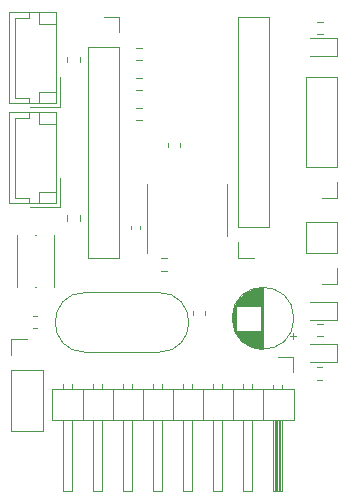
<source format=gbr>
%TF.GenerationSoftware,KiCad,Pcbnew,(6.0.4)*%
%TF.CreationDate,2023-03-08T20:25:47-05:00*%
%TF.ProjectId,Motor_module,4d6f746f-725f-46d6-9f64-756c652e6b69,rev?*%
%TF.SameCoordinates,Original*%
%TF.FileFunction,Legend,Top*%
%TF.FilePolarity,Positive*%
%FSLAX46Y46*%
G04 Gerber Fmt 4.6, Leading zero omitted, Abs format (unit mm)*
G04 Created by KiCad (PCBNEW (6.0.4)) date 2023-03-08 20:25:47*
%MOMM*%
%LPD*%
G01*
G04 APERTURE LIST*
%ADD10C,0.120000*%
G04 APERTURE END LIST*
D10*
%TO.C,C3*%
X134849420Y-81060000D02*
X135130580Y-81060000D01*
X134849420Y-80040000D02*
X135130580Y-80040000D01*
%TO.C,C1*%
X152894113Y-82395000D02*
X152894113Y-81260000D01*
X153014113Y-82467000D02*
X153014113Y-81260000D01*
X152534113Y-79180000D02*
X152534113Y-78319000D01*
X153094113Y-79180000D02*
X153094113Y-77930000D01*
X152534113Y-82121000D02*
X152534113Y-81260000D01*
X152654113Y-79180000D02*
X152654113Y-78216000D01*
X153214113Y-82568000D02*
X153214113Y-81260000D01*
X152774113Y-79180000D02*
X152774113Y-78125000D01*
X152814113Y-79180000D02*
X152814113Y-78098000D01*
X153494113Y-82675000D02*
X153494113Y-81260000D01*
X152574113Y-82157000D02*
X152574113Y-81260000D01*
X152934113Y-79180000D02*
X152934113Y-78020000D01*
X153294113Y-82602000D02*
X153294113Y-81260000D01*
X153054113Y-82488000D02*
X153054113Y-81260000D01*
X153615113Y-82711000D02*
X153615113Y-81260000D01*
X153775113Y-82748000D02*
X153775113Y-81260000D01*
X153655113Y-79180000D02*
X153655113Y-77719000D01*
X154055113Y-82789000D02*
X154055113Y-81260000D01*
X153574113Y-82700000D02*
X153574113Y-81260000D01*
X153975113Y-79180000D02*
X153975113Y-77659000D01*
X152494113Y-79180000D02*
X152494113Y-78356000D01*
X153775113Y-79180000D02*
X153775113Y-77692000D01*
X152054113Y-79180000D02*
X152054113Y-78901000D01*
X153014113Y-79180000D02*
X153014113Y-77973000D01*
X153454113Y-82662000D02*
X153454113Y-81260000D01*
X154255113Y-82800000D02*
X154255113Y-77640000D01*
X152774113Y-82315000D02*
X152774113Y-81260000D01*
X152694113Y-79180000D02*
X152694113Y-78185000D01*
X153254113Y-79180000D02*
X153254113Y-77855000D01*
X153174113Y-79180000D02*
X153174113Y-77891000D01*
X152854113Y-79180000D02*
X152854113Y-78071000D01*
X154295113Y-82800000D02*
X154295113Y-77640000D01*
X153815113Y-82756000D02*
X153815113Y-81260000D01*
X151974113Y-81398000D02*
X151974113Y-79042000D01*
X153374113Y-82634000D02*
X153374113Y-81260000D01*
X152374113Y-81963000D02*
X152374113Y-81260000D01*
X152014113Y-81471000D02*
X152014113Y-81260000D01*
X153975113Y-82781000D02*
X153975113Y-81260000D01*
X153454113Y-79180000D02*
X153454113Y-77778000D01*
X151774113Y-80897000D02*
X151774113Y-79543000D01*
X152094113Y-79180000D02*
X152094113Y-78837000D01*
X152174113Y-79180000D02*
X152174113Y-78720000D01*
X152614113Y-82191000D02*
X152614113Y-81260000D01*
X154015113Y-82785000D02*
X154015113Y-81260000D01*
X153254113Y-82585000D02*
X153254113Y-81260000D01*
X152974113Y-79180000D02*
X152974113Y-77996000D01*
X151854113Y-81135000D02*
X151854113Y-79305000D01*
X152094113Y-81603000D02*
X152094113Y-81260000D01*
X152974113Y-82444000D02*
X152974113Y-81260000D01*
X153935113Y-82776000D02*
X153935113Y-81260000D01*
X152454113Y-82046000D02*
X152454113Y-81260000D01*
X153294113Y-79180000D02*
X153294113Y-77838000D01*
X152414113Y-79180000D02*
X152414113Y-78435000D01*
X152214113Y-79180000D02*
X152214113Y-78666000D01*
X152694113Y-82255000D02*
X152694113Y-81260000D01*
X152454113Y-79180000D02*
X152454113Y-78394000D01*
X151894113Y-81231000D02*
X151894113Y-79209000D01*
X152014113Y-79180000D02*
X152014113Y-78969000D01*
X153134113Y-79180000D02*
X153134113Y-77910000D01*
X152374113Y-79180000D02*
X152374113Y-78477000D01*
X152134113Y-79180000D02*
X152134113Y-78777000D01*
X153935113Y-79180000D02*
X153935113Y-77664000D01*
X153695113Y-79180000D02*
X153695113Y-77709000D01*
X152934113Y-82420000D02*
X152934113Y-81260000D01*
X151694113Y-80504000D02*
X151694113Y-79936000D01*
X153414113Y-79180000D02*
X153414113Y-77792000D01*
X152414113Y-82005000D02*
X152414113Y-81260000D01*
X153815113Y-79180000D02*
X153815113Y-77684000D01*
X153054113Y-79180000D02*
X153054113Y-77952000D01*
X153655113Y-82721000D02*
X153655113Y-81260000D01*
X152494113Y-82084000D02*
X152494113Y-81260000D01*
X152334113Y-81919000D02*
X152334113Y-81260000D01*
X153334113Y-79180000D02*
X153334113Y-77822000D01*
X151934113Y-81318000D02*
X151934113Y-79122000D01*
X154055113Y-79180000D02*
X154055113Y-77651000D01*
X152054113Y-81539000D02*
X152054113Y-81260000D01*
X152334113Y-79180000D02*
X152334113Y-78521000D01*
X152854113Y-82369000D02*
X152854113Y-81260000D01*
X152894113Y-79180000D02*
X152894113Y-78045000D01*
X153735113Y-82740000D02*
X153735113Y-81260000D01*
X156849888Y-81945000D02*
X156849888Y-81445000D01*
X153895113Y-82770000D02*
X153895113Y-81260000D01*
X153134113Y-82530000D02*
X153134113Y-81260000D01*
X152214113Y-81774000D02*
X152214113Y-81260000D01*
X152574113Y-79180000D02*
X152574113Y-78283000D01*
X152294113Y-81873000D02*
X152294113Y-81260000D01*
X152654113Y-82224000D02*
X152654113Y-81260000D01*
X153534113Y-79180000D02*
X153534113Y-77752000D01*
X151814113Y-81025000D02*
X151814113Y-79415000D01*
X153494113Y-79180000D02*
X153494113Y-77765000D01*
X153094113Y-82510000D02*
X153094113Y-81260000D01*
X153414113Y-82648000D02*
X153414113Y-81260000D01*
X152614113Y-79180000D02*
X152614113Y-78249000D01*
X153534113Y-82688000D02*
X153534113Y-81260000D01*
X153574113Y-79180000D02*
X153574113Y-77740000D01*
X152254113Y-79180000D02*
X152254113Y-78615000D01*
X153895113Y-79180000D02*
X153895113Y-77670000D01*
X152254113Y-81825000D02*
X152254113Y-81260000D01*
X152174113Y-81720000D02*
X152174113Y-81260000D01*
X154215113Y-82799000D02*
X154215113Y-77641000D01*
X152734113Y-82285000D02*
X152734113Y-81260000D01*
X152134113Y-81663000D02*
X152134113Y-81260000D01*
X154095113Y-82793000D02*
X154095113Y-77647000D01*
X154135113Y-82796000D02*
X154135113Y-77644000D01*
X152734113Y-79180000D02*
X152734113Y-78155000D01*
X151734113Y-80738000D02*
X151734113Y-79702000D01*
X153334113Y-82618000D02*
X153334113Y-81260000D01*
X153374113Y-79180000D02*
X153374113Y-77806000D01*
X152814113Y-82342000D02*
X152814113Y-81260000D01*
X154175113Y-82798000D02*
X154175113Y-77642000D01*
X153695113Y-82731000D02*
X153695113Y-81260000D01*
X157099888Y-81695000D02*
X156599888Y-81695000D01*
X153855113Y-82763000D02*
X153855113Y-81260000D01*
X153735113Y-79180000D02*
X153735113Y-77700000D01*
X153214113Y-79180000D02*
X153214113Y-77872000D01*
X154015113Y-79180000D02*
X154015113Y-77655000D01*
X153855113Y-79180000D02*
X153855113Y-77677000D01*
X153615113Y-79180000D02*
X153615113Y-77729000D01*
X152294113Y-79180000D02*
X152294113Y-78567000D01*
X153174113Y-82549000D02*
X153174113Y-81260000D01*
X156915113Y-80220000D02*
G75*
G03*
X156915113Y-80220000I-2620000J0D01*
G01*
%TO.C,Y1*%
X145485000Y-83085000D02*
X139235000Y-83085000D01*
X145485000Y-78035000D02*
X139235000Y-78035000D01*
X139235000Y-78035000D02*
G75*
G03*
X139235000Y-83085000I0J-2525000D01*
G01*
X145485000Y-83085000D02*
G75*
G03*
X145485000Y-78035000I0J2525000D01*
G01*
%TO.C,C6*%
X148390000Y-79639420D02*
X148390000Y-79920580D01*
X149410000Y-79639420D02*
X149410000Y-79920580D01*
%TO.C,J1*%
X160600000Y-70030000D02*
X159270000Y-70030000D01*
X160600000Y-59750000D02*
X157940000Y-59750000D01*
X160600000Y-68700000D02*
X160600000Y-70030000D01*
X157940000Y-67430000D02*
X157940000Y-59750000D01*
X160600000Y-67430000D02*
X157940000Y-67430000D01*
X160600000Y-67430000D02*
X160600000Y-59750000D01*
%TO.C,R4*%
X143572742Y-62427500D02*
X144047258Y-62427500D01*
X143572742Y-63472500D02*
X144047258Y-63472500D01*
%TO.C,J8*%
X154830000Y-72520000D02*
X154830000Y-54680000D01*
X154830000Y-72520000D02*
X152170000Y-72520000D01*
X152170000Y-72520000D02*
X152170000Y-54680000D01*
X154830000Y-54680000D02*
X152170000Y-54680000D01*
X153500000Y-75120000D02*
X152170000Y-75120000D01*
X152170000Y-75120000D02*
X152170000Y-73790000D01*
%TO.C,J3*%
X134610000Y-62330000D02*
X137110000Y-62330000D01*
X133290000Y-54810000D02*
X134500000Y-54810000D01*
X135310000Y-54310000D02*
X135310000Y-55310000D01*
X136810000Y-62030000D02*
X136810000Y-54310000D01*
X134500000Y-62030000D02*
X134500000Y-61530000D01*
X134500000Y-61530000D02*
X133290000Y-61530000D01*
X137110000Y-62330000D02*
X137110000Y-59830000D01*
X135310000Y-61030000D02*
X136810000Y-61030000D01*
X135310000Y-55310000D02*
X136810000Y-55310000D01*
X132790000Y-54310000D02*
X132790000Y-62030000D01*
X133290000Y-61530000D02*
X133290000Y-54810000D01*
X136810000Y-54310000D02*
X132790000Y-54310000D01*
X134500000Y-54810000D02*
X134500000Y-54310000D01*
X132790000Y-62030000D02*
X136810000Y-62030000D01*
X135310000Y-62030000D02*
X135310000Y-61030000D01*
%TO.C,J6*%
X132970000Y-81995000D02*
X134300000Y-81995000D01*
X132970000Y-84595000D02*
X132970000Y-89735000D01*
X132970000Y-89735000D02*
X135630000Y-89735000D01*
X132970000Y-83325000D02*
X132970000Y-81995000D01*
X135630000Y-84595000D02*
X135630000Y-89735000D01*
X132970000Y-84595000D02*
X135630000Y-84595000D01*
%TO.C,R6*%
X146137258Y-76192500D02*
X145662742Y-76192500D01*
X146137258Y-75147500D02*
X145662742Y-75147500D01*
%TO.C,R7*%
X159337258Y-55137500D02*
X158862742Y-55137500D01*
X159337258Y-56182500D02*
X158862742Y-56182500D01*
%TO.C,R2*%
X138762500Y-58072742D02*
X138762500Y-58547258D01*
X137717500Y-58072742D02*
X137717500Y-58547258D01*
%TO.C,D2*%
X160565000Y-78855000D02*
X158280000Y-78855000D01*
X160565000Y-80325000D02*
X160565000Y-78855000D01*
X158280000Y-80325000D02*
X160565000Y-80325000D01*
%TO.C,C5*%
X146250000Y-65419420D02*
X146250000Y-65700580D01*
X147270000Y-65419420D02*
X147270000Y-65700580D01*
%TO.C,D1*%
X160565000Y-56525000D02*
X158280000Y-56525000D01*
X160565000Y-57995000D02*
X160565000Y-56525000D01*
X158280000Y-57995000D02*
X160565000Y-57995000D01*
%TO.C,C8*%
X143870000Y-72412164D02*
X143870000Y-72627836D01*
X143150000Y-72412164D02*
X143150000Y-72627836D01*
%TO.C,J5*%
X160590000Y-74675000D02*
X157930000Y-74675000D01*
X160590000Y-72075000D02*
X157930000Y-72075000D01*
X160590000Y-74675000D02*
X160590000Y-72075000D01*
X160590000Y-77275000D02*
X159260000Y-77275000D01*
X160590000Y-75945000D02*
X160590000Y-77275000D01*
X157930000Y-74675000D02*
X157930000Y-72075000D01*
%TO.C,R3*%
X143572742Y-60932500D02*
X144047258Y-60932500D01*
X143572742Y-59887500D02*
X144047258Y-59887500D01*
%TO.C,R10*%
X158852742Y-84377500D02*
X159327258Y-84377500D01*
X158852742Y-85422500D02*
X159327258Y-85422500D01*
%TO.C,R1*%
X143572742Y-57347500D02*
X144047258Y-57347500D01*
X143572742Y-58392500D02*
X144047258Y-58392500D01*
%TO.C,J7*%
X139470000Y-57277000D02*
X142130000Y-57277000D01*
X142130000Y-57277000D02*
X142130000Y-75117000D01*
X140800000Y-54677000D02*
X142130000Y-54677000D01*
X142130000Y-54677000D02*
X142130000Y-56007000D01*
X139470000Y-57277000D02*
X139470000Y-75117000D01*
X139470000Y-75117000D02*
X142130000Y-75117000D01*
%TO.C,J4*%
X133290000Y-70000000D02*
X133290000Y-63280000D01*
X134610000Y-70800000D02*
X137110000Y-70800000D01*
X136810000Y-62780000D02*
X132790000Y-62780000D01*
X132790000Y-62780000D02*
X132790000Y-70500000D01*
X133290000Y-63280000D02*
X134500000Y-63280000D01*
X134500000Y-70000000D02*
X133290000Y-70000000D01*
X134500000Y-63280000D02*
X134500000Y-62780000D01*
X132790000Y-70500000D02*
X136810000Y-70500000D01*
X136810000Y-70500000D02*
X136810000Y-62780000D01*
X135310000Y-69500000D02*
X136810000Y-69500000D01*
X135310000Y-70500000D02*
X135310000Y-69500000D01*
X137110000Y-70800000D02*
X137110000Y-68300000D01*
X134500000Y-70500000D02*
X134500000Y-70000000D01*
X135310000Y-63780000D02*
X136810000Y-63780000D01*
X135310000Y-62780000D02*
X135310000Y-63780000D01*
%TO.C,U1*%
X144485000Y-71050000D02*
X144485000Y-74650000D01*
X144485000Y-71050000D02*
X144485000Y-68850000D01*
X151255000Y-71050000D02*
X151255000Y-73250000D01*
X151255000Y-71050000D02*
X151255000Y-68850000D01*
%TO.C,J2*%
X142475000Y-85807929D02*
X142475000Y-86205000D01*
X137395000Y-94865000D02*
X137395000Y-88865000D01*
X145015000Y-85807929D02*
X145015000Y-86205000D01*
X146665000Y-86205000D02*
X146665000Y-88865000D01*
X149205000Y-86205000D02*
X149205000Y-88865000D01*
X139935000Y-85807929D02*
X139935000Y-86205000D01*
X136445000Y-88865000D02*
X156885000Y-88865000D01*
X155175000Y-85875000D02*
X155175000Y-86205000D01*
X141585000Y-86205000D02*
X141585000Y-88865000D01*
X152635000Y-94865000D02*
X152635000Y-88865000D01*
X140695000Y-88865000D02*
X140695000Y-94865000D01*
X139045000Y-86205000D02*
X139045000Y-88865000D01*
X148315000Y-94865000D02*
X147555000Y-94865000D01*
X139935000Y-94865000D02*
X139935000Y-88865000D01*
X153395000Y-85807929D02*
X153395000Y-86205000D01*
X145775000Y-88865000D02*
X145775000Y-94865000D01*
X155935000Y-85875000D02*
X155935000Y-86205000D01*
X148315000Y-88865000D02*
X148315000Y-94865000D01*
X155935000Y-88865000D02*
X155935000Y-94865000D01*
X140695000Y-94865000D02*
X139935000Y-94865000D01*
X155175000Y-94865000D02*
X155175000Y-88865000D01*
X150855000Y-85807929D02*
X150855000Y-86205000D01*
X154285000Y-86205000D02*
X154285000Y-88865000D01*
X156885000Y-86205000D02*
X136445000Y-86205000D01*
X145775000Y-85807929D02*
X145775000Y-86205000D01*
X155875000Y-88865000D02*
X155875000Y-94865000D01*
X155515000Y-88865000D02*
X155515000Y-94865000D01*
X155275000Y-88865000D02*
X155275000Y-94865000D01*
X142475000Y-94865000D02*
X142475000Y-88865000D01*
X138155000Y-88865000D02*
X138155000Y-94865000D01*
X148315000Y-85807929D02*
X148315000Y-86205000D01*
X143235000Y-94865000D02*
X142475000Y-94865000D01*
X150095000Y-94865000D02*
X150095000Y-88865000D01*
X145775000Y-94865000D02*
X145015000Y-94865000D01*
X140695000Y-85807929D02*
X140695000Y-86205000D01*
X156885000Y-88865000D02*
X156885000Y-86205000D01*
X150855000Y-94865000D02*
X150095000Y-94865000D01*
X143235000Y-85807929D02*
X143235000Y-86205000D01*
X144125000Y-86205000D02*
X144125000Y-88865000D01*
X152635000Y-85807929D02*
X152635000Y-86205000D01*
X155755000Y-88865000D02*
X155755000Y-94865000D01*
X155555000Y-83495000D02*
X156825000Y-83495000D01*
X150095000Y-85807929D02*
X150095000Y-86205000D01*
X150855000Y-88865000D02*
X150855000Y-94865000D01*
X137395000Y-85807929D02*
X137395000Y-86205000D01*
X138155000Y-94865000D02*
X137395000Y-94865000D01*
X147555000Y-94865000D02*
X147555000Y-88865000D01*
X151745000Y-86205000D02*
X151745000Y-88865000D01*
X138155000Y-85807929D02*
X138155000Y-86205000D01*
X155935000Y-94865000D02*
X155175000Y-94865000D01*
X147555000Y-85807929D02*
X147555000Y-86205000D01*
X145015000Y-94865000D02*
X145015000Y-88865000D01*
X155635000Y-88865000D02*
X155635000Y-94865000D01*
X156825000Y-83495000D02*
X156825000Y-84765000D01*
X143235000Y-88865000D02*
X143235000Y-94865000D01*
X153395000Y-94865000D02*
X152635000Y-94865000D01*
X136445000Y-86205000D02*
X136445000Y-88865000D01*
X155395000Y-88865000D02*
X155395000Y-94865000D01*
X153395000Y-88865000D02*
X153395000Y-94865000D01*
%TO.C,SW1*%
X135110000Y-73130000D02*
X135010000Y-73130000D01*
X136610000Y-77530000D02*
X136610000Y-73130000D01*
X133510000Y-73130000D02*
X133510000Y-77530000D01*
X135110000Y-77530000D02*
X135010000Y-77530000D01*
%TO.C,R9*%
X158862742Y-81732500D02*
X159337258Y-81732500D01*
X158862742Y-80687500D02*
X159337258Y-80687500D01*
%TO.C,R8*%
X137717500Y-71472742D02*
X137717500Y-71947258D01*
X138762500Y-71472742D02*
X138762500Y-71947258D01*
%TO.C,D3*%
X158280000Y-83885000D02*
X160565000Y-83885000D01*
X160565000Y-82415000D02*
X158280000Y-82415000D01*
X160565000Y-83885000D02*
X160565000Y-82415000D01*
%TD*%
M02*

</source>
